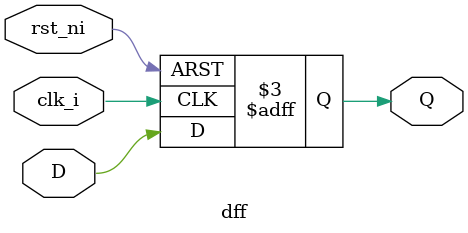
<source format=sv>
module dff(
    input   D,
    input   clk_i,
    input   rst_ni,
    output reg Q
);
    
always @(posedge clk_i or negedge rst_ni) 
    begin
        if (!rst_ni)
            Q <= 1'b0; 
        else 
            Q <= D; 
    end 
endmodule 
</source>
